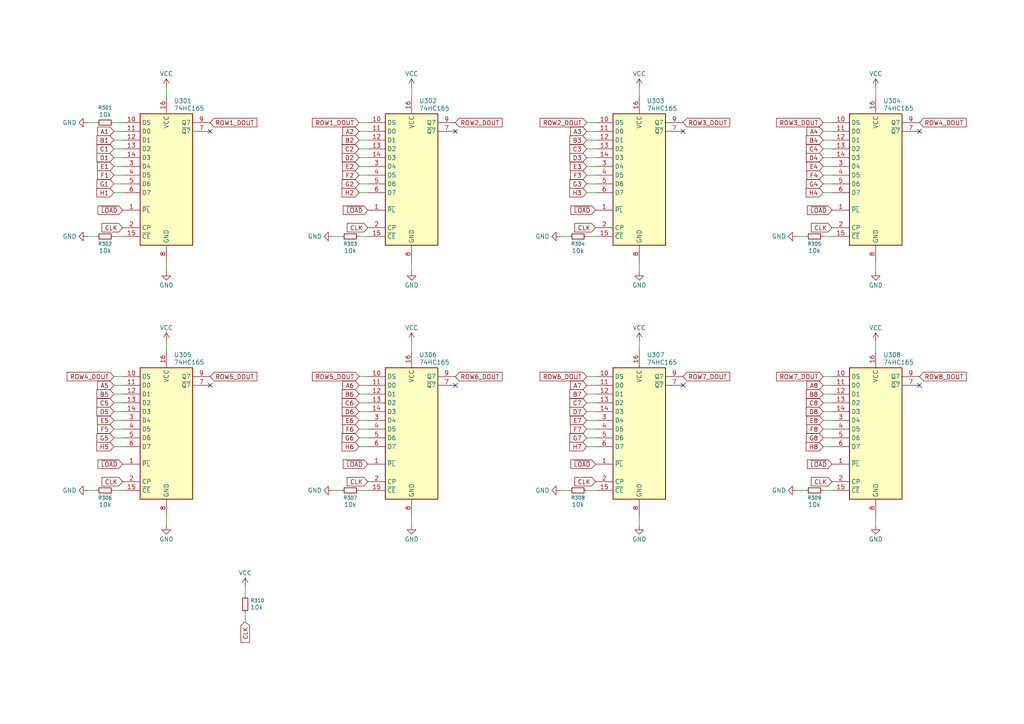
<source format=kicad_sch>
(kicad_sch (version 20250114) (generator "eeschema") (generator_version "9.0")
  (paper "A4")
  (lib_symbols
    (symbol "74xx:74HC165"
      (property "Reference" "U" (at -7.62 19.05 0))
      (property "Value" "74HC165" (at -7.62 -21.59 0))
      (symbol "74HC165_1_0"
        (pin input line (at -12.7 15.24 0) (length 5.08) (name "DS") (number "10"))
        (pin input line (at -12.7 12.7 0) (length 5.08) (name "D0") (number "11"))
        (pin input line (at -12.7 10.16 0) (length 5.08) (name "D1") (number "12"))
        (pin input line (at -12.7 7.62 0) (length 5.08) (name "D2") (number "13"))
        (pin input line (at -12.7 5.08 0) (length 5.08) (name "D3") (number "14"))
        (pin input line (at -12.7 2.54 0) (length 5.08) (name "D4") (number "3"))
        (pin input line (at -12.7 0 0) (length 5.08) (name "D5") (number "4"))
        (pin input line (at -12.7 -2.54 0) (length 5.08) (name "D6") (number "5"))
        (pin input line (at -12.7 -5.08 0) (length 5.08) (name "D7") (number "6"))
        (pin input line (at -12.7 -10.16 0) (length 5.08) (name "~{PL}") (number "1"))
        (pin input line (at -12.7 -15.24 0) (length 5.08) (name "CP") (number "2"))
        (pin input line (at -12.7 -17.78 0) (length 5.08) (name "~{CE}") (number "15"))
        (pin power_in line (at 0 22.86 270) (length 5.08) (name "VCC") (number "16"))
        (pin power_in line (at 0 -25.4 90) (length 5.08) (name "GND") (number "8"))
        (pin output line (at 12.7 15.24 180) (length 5.08) (name "Q7") (number "9"))
        (pin output line (at 12.7 12.7 180) (length 5.08) (name "~{Q7}") (number "7"))
      )
      (symbol "74HC165_1_1"
        (rectangle (start -7.62 17.78) (end 7.62 -20.32) (stroke (width 0.254)) (fill (type background)))
      )
    )
    (symbol "Device:R_Small" (pin_numbers (hide yes)) (pin_names (offset 0.254) (hide yes))
      (property "Reference" "R" (at 0 0 90))
      (property "Value" "R_Small" (at 1.778 0 90))
      (symbol "R_Small_0_1"
        (rectangle (start -0.762 1.778) (end 0.762 -1.778) (stroke (width 0.2032)))
      )
      (symbol "R_Small_1_1"
        (pin passive line (at 0 2.54 270) (length 0.762) (name "~") (number "1"))
        (pin passive line (at 0 -2.54 90) (length 0.762) (name "~") (number "2"))
      )
    )
    (symbol "power:GND" (power) (pin_numbers (hide yes)) (pin_names (offset 0) (hide yes))
      (property "Value" "GND" (at 0 -3.81 0))
      (symbol "GND_0_1"
        (polyline (pts (xy 0 0) (xy 0 -1.27) (xy 1.27 -1.27) (xy 0 -2.54) (xy -1.27 -1.27) (xy 0 -1.27)))
      )
      (symbol "GND_1_1"
        (pin power_in line (at 0 0 270) (length 0) (name "~") (number "1"))
      )
    )
    (symbol "power:VCC" (power) (pin_numbers (hide yes)) (pin_names (offset 0) (hide yes))
      (property "Value" "VCC" (at 0 3.556 0))
      (symbol "VCC_0_1"
        (polyline (pts (xy -0.762 1.27) (xy 0 2.54)))
        (polyline (pts (xy 0 2.54) (xy 0.762 1.27)))
        (polyline (pts (xy 0 0) (xy 0 2.54)))
      )
      (symbol "VCC_1_1"
        (pin power_in line (at 0 0 90) (length 0) (name "~") (number "1"))
      )
    )
  )
  (no_connect (at 132.08 111.76))
  (no_connect (at 266.7 38.1))
  (no_connect (at 198.12 111.76))
  (no_connect (at 266.7 111.76))
  (no_connect (at 60.96 111.76))
  (no_connect (at 198.12 38.1))
  (no_connect (at 60.96 38.1))
  (no_connect (at 132.08 38.1))
  (wire (pts (xy 33.02 53.34) (xy 35.56 53.34)))
  (wire (pts (xy 104.14 53.34) (xy 106.68 53.34)))
  (wire (pts (xy 170.18 116.84) (xy 172.72 116.84)))
  (wire (pts (xy 48.26 25.4) (xy 48.26 27.94)))
  (wire (pts (xy 170.18 35.56) (xy 172.72 35.56)))
  (wire (pts (xy 185.42 25.4) (xy 185.42 27.94)))
  (wire (pts (xy 33.02 35.56) (xy 35.56 35.56)))
  (wire (pts (xy 33.02 40.64) (xy 35.56 40.64)))
  (wire (pts (xy 238.76 124.46) (xy 241.3 124.46)))
  (wire (pts (xy 238.76 121.92) (xy 241.3 121.92)))
  (wire (pts (xy 238.76 116.84) (xy 241.3 116.84)))
  (wire (pts (xy 170.18 43.18) (xy 172.72 43.18)))
  (wire (pts (xy 96.52 68.58) (xy 99.06 68.58)))
  (wire (pts (xy 170.18 40.64) (xy 172.72 40.64)))
  (wire (pts (xy 238.76 35.56) (xy 241.3 35.56)))
  (wire (pts (xy 33.02 45.72) (xy 35.56 45.72)))
  (wire (pts (xy 254 76.2) (xy 254 78.74)))
  (wire (pts (xy 170.18 55.88) (xy 172.72 55.88)))
  (wire (pts (xy 33.02 121.92) (xy 35.56 121.92)))
  (wire (pts (xy 48.26 99.06) (xy 48.26 101.6)))
  (wire (pts (xy 104.14 48.26) (xy 106.68 48.26)))
  (wire (pts (xy 48.26 76.2) (xy 48.26 78.74)))
  (wire (pts (xy 104.14 40.64) (xy 106.68 40.64)))
  (wire (pts (xy 33.02 68.58) (xy 35.56 68.58)))
  (wire (pts (xy 71.12 177.8) (xy 71.12 180.34)))
  (wire (pts (xy 33.02 43.18) (xy 35.56 43.18)))
  (wire (pts (xy 119.38 76.2) (xy 119.38 78.74)))
  (wire (pts (xy 104.14 129.54) (xy 106.68 129.54)))
  (wire (pts (xy 33.02 142.24) (xy 35.56 142.24)))
  (wire (pts (xy 238.76 53.34) (xy 241.3 53.34)))
  (wire (pts (xy 33.02 127) (xy 35.56 127)))
  (wire (pts (xy 104.14 109.22) (xy 106.68 109.22)))
  (wire (pts (xy 104.14 45.72) (xy 106.68 45.72)))
  (wire (pts (xy 104.14 121.92) (xy 106.68 121.92)))
  (wire (pts (xy 238.76 142.24) (xy 241.3 142.24)))
  (wire (pts (xy 231.14 142.24) (xy 233.68 142.24)))
  (wire (pts (xy 162.56 68.58) (xy 165.1 68.58)))
  (wire (pts (xy 104.14 68.58) (xy 106.68 68.58)))
  (wire (pts (xy 231.14 68.58) (xy 233.68 68.58)))
  (wire (pts (xy 33.02 111.76) (xy 35.56 111.76)))
  (wire (pts (xy 185.42 99.06) (xy 185.42 101.6)))
  (wire (pts (xy 25.4 142.24) (xy 27.94 142.24)))
  (wire (pts (xy 170.18 142.24) (xy 172.72 142.24)))
  (wire (pts (xy 170.18 121.92) (xy 172.72 121.92)))
  (wire (pts (xy 170.18 45.72) (xy 172.72 45.72)))
  (wire (pts (xy 238.76 119.38) (xy 241.3 119.38)))
  (wire (pts (xy 238.76 127) (xy 241.3 127)))
  (wire (pts (xy 104.14 114.3) (xy 106.68 114.3)))
  (wire (pts (xy 254 149.86) (xy 254 152.4)))
  (wire (pts (xy 104.14 119.38) (xy 106.68 119.38)))
  (wire (pts (xy 119.38 99.06) (xy 119.38 101.6)))
  (wire (pts (xy 33.02 114.3) (xy 35.56 114.3)))
  (wire (pts (xy 254 25.4) (xy 254 27.94)))
  (wire (pts (xy 238.76 111.76) (xy 241.3 111.76)))
  (wire (pts (xy 238.76 50.8) (xy 241.3 50.8)))
  (wire (pts (xy 104.14 43.18) (xy 106.68 43.18)))
  (wire (pts (xy 33.02 119.38) (xy 35.56 119.38)))
  (wire (pts (xy 238.76 129.54) (xy 241.3 129.54)))
  (wire (pts (xy 170.18 111.76) (xy 172.72 111.76)))
  (wire (pts (xy 104.14 111.76) (xy 106.68 111.76)))
  (wire (pts (xy 71.12 172.72) (xy 71.12 170.18)))
  (wire (pts (xy 104.14 55.88) (xy 106.68 55.88)))
  (wire (pts (xy 119.38 149.86) (xy 119.38 152.4)))
  (wire (pts (xy 170.18 68.58) (xy 172.72 68.58)))
  (wire (pts (xy 104.14 38.1) (xy 106.68 38.1)))
  (wire (pts (xy 104.14 142.24) (xy 106.68 142.24)))
  (wire (pts (xy 33.02 109.22) (xy 35.56 109.22)))
  (wire (pts (xy 170.18 114.3) (xy 172.72 114.3)))
  (wire (pts (xy 170.18 109.22) (xy 172.72 109.22)))
  (wire (pts (xy 185.42 76.2) (xy 185.42 78.74)))
  (wire (pts (xy 238.76 55.88) (xy 241.3 55.88)))
  (wire (pts (xy 33.02 116.84) (xy 35.56 116.84)))
  (wire (pts (xy 104.14 127) (xy 106.68 127)))
  (wire (pts (xy 33.02 50.8) (xy 35.56 50.8)))
  (wire (pts (xy 96.52 142.24) (xy 99.06 142.24)))
  (wire (pts (xy 170.18 127) (xy 172.72 127)))
  (wire (pts (xy 254 99.06) (xy 254 101.6)))
  (wire (pts (xy 33.02 124.46) (xy 35.56 124.46)))
  (wire (pts (xy 170.18 50.8) (xy 172.72 50.8)))
  (wire (pts (xy 25.4 68.58) (xy 27.94 68.58)))
  (wire (pts (xy 25.4 35.56) (xy 27.94 35.56)))
  (wire (pts (xy 33.02 55.88) (xy 35.56 55.88)))
  (wire (pts (xy 170.18 38.1) (xy 172.72 38.1)))
  (wire (pts (xy 238.76 40.64) (xy 241.3 40.64)))
  (wire (pts (xy 238.76 38.1) (xy 241.3 38.1)))
  (wire (pts (xy 238.76 68.58) (xy 241.3 68.58)))
  (wire (pts (xy 104.14 50.8) (xy 106.68 50.8)))
  (wire (pts (xy 162.56 142.24) (xy 165.1 142.24)))
  (wire (pts (xy 170.18 129.54) (xy 172.72 129.54)))
  (wire (pts (xy 33.02 38.1) (xy 35.56 38.1)))
  (wire (pts (xy 170.18 48.26) (xy 172.72 48.26)))
  (wire (pts (xy 104.14 124.46) (xy 106.68 124.46)))
  (wire (pts (xy 170.18 53.34) (xy 172.72 53.34)))
  (wire (pts (xy 170.18 124.46) (xy 172.72 124.46)))
  (wire (pts (xy 238.76 45.72) (xy 241.3 45.72)))
  (wire (pts (xy 104.14 35.56) (xy 106.68 35.56)))
  (wire (pts (xy 119.38 25.4) (xy 119.38 27.94)))
  (wire (pts (xy 238.76 109.22) (xy 241.3 109.22)))
  (wire (pts (xy 170.18 119.38) (xy 172.72 119.38)))
  (wire (pts (xy 185.42 149.86) (xy 185.42 152.4)))
  (wire (pts (xy 104.14 116.84) (xy 106.68 116.84)))
  (wire (pts (xy 48.26 149.86) (xy 48.26 152.4)))
  (wire (pts (xy 33.02 48.26) (xy 35.56 48.26)))
  (wire (pts (xy 238.76 43.18) (xy 241.3 43.18)))
  (wire (pts (xy 238.76 114.3) (xy 241.3 114.3)))
  (wire (pts (xy 238.76 48.26) (xy 241.3 48.26)))
  (wire (pts (xy 33.02 129.54) (xy 35.56 129.54)))
  (global_label "D2" (shape input) (at 104.14 45.72 180) (property "Intersheetrefs" "${INTERSHEET_REFS}" (effects (hide yes))))
  (global_label "F7" (shape input) (at 170.18 124.46 180) (property "Intersheetrefs" "${INTERSHEET_REFS}" (effects (hide yes))))
  (global_label "ROW6_DOUT" (shape input) (at 170.18 109.22 180) (property "Intersheetrefs" "${INTERSHEET_REFS}" (effects (hide yes))))
  (global_label "G3" (shape input) (at 170.18 53.34 180) (property "Intersheetrefs" "${INTERSHEET_REFS}" (effects (hide yes))))
  (global_label "ROW3_DOUT" (shape input) (at 198.12 35.56 0) (property "Intersheetrefs" "${INTERSHEET_REFS}" (effects (hide yes))))
  (global_label "C2" (shape input) (at 104.14 43.18 180) (property "Intersheetrefs" "${INTERSHEET_REFS}" (effects (hide yes))))
  (global_label "E4" (shape input) (at 238.76 48.26 180) (property "Intersheetrefs" "${INTERSHEET_REFS}" (effects (hide yes))))
  (global_label "A7" (shape input) (at 170.18 111.76 180) (property "Intersheetrefs" "${INTERSHEET_REFS}" (effects (hide yes))))
  (global_label "D4" (shape input) (at 238.76 45.72 180) (property "Intersheetrefs" "${INTERSHEET_REFS}" (effects (hide yes))))
  (global_label "ROW5_DOUT" (shape input) (at 104.14 109.22 180) (property "Intersheetrefs" "${INTERSHEET_REFS}" (effects (hide yes))))
  (global_label "A4" (shape input) (at 238.76 38.1 180) (property "Intersheetrefs" "${INTERSHEET_REFS}" (effects (hide yes))))
  (global_label "ROW2_DOUT" (shape input) (at 132.08 35.56 0) (property "Intersheetrefs" "${INTERSHEET_REFS}" (effects (hide yes))))
  (global_label "H4" (shape input) (at 238.76 55.88 180) (property "Intersheetrefs" "${INTERSHEET_REFS}" (effects (hide yes))))
  (global_label "E1" (shape input) (at 33.02 48.26 180) (property "Intersheetrefs" "${INTERSHEET_REFS}" (effects (hide yes))))
  (global_label "CLK" (shape input) (at 106.68 66.04 180) (property "Intersheetrefs" "${INTERSHEET_REFS}" (effects (hide yes))))
  (global_label "ROW7_DOUT" (shape input) (at 198.12 109.22 0) (property "Intersheetrefs" "${INTERSHEET_REFS}" (effects (hide yes))))
  (global_label "CLK" (shape input) (at 241.3 66.04 180) (property "Intersheetrefs" "${INTERSHEET_REFS}" (effects (hide yes))))
  (global_label "A8" (shape input) (at 238.76 111.76 180) (property "Intersheetrefs" "${INTERSHEET_REFS}" (effects (hide yes))))
  (global_label "CLK" (shape input) (at 172.72 66.04 180) (property "Intersheetrefs" "${INTERSHEET_REFS}" (effects (hide yes))))
  (global_label "E6" (shape input) (at 104.14 121.92 180) (property "Intersheetrefs" "${INTERSHEET_REFS}" (effects (hide yes))))
  (global_label "E8" (shape input) (at 238.76 121.92 180) (property "Intersheetrefs" "${INTERSHEET_REFS}" (effects (hide yes))))
  (global_label "D6" (shape input) (at 104.14 119.38 180) (property "Intersheetrefs" "${INTERSHEET_REFS}" (effects (hide yes))))
  (global_label "~{LOAD}" (shape input) (at 241.3 134.62 180) (property "Intersheetrefs" "${INTERSHEET_REFS}" (effects (hide yes))))
  (global_label "ROW8_DOUT" (shape input) (at 266.7 109.22 0) (property "Intersheetrefs" "${INTERSHEET_REFS}" (effects (hide yes))))
  (global_label "ROW3_DOUT" (shape input) (at 238.76 35.56 180) (property "Intersheetrefs" "${INTERSHEET_REFS}" (effects (hide yes))))
  (global_label "CLK" (shape input) (at 35.56 139.7 180) (property "Intersheetrefs" "${INTERSHEET_REFS}" (effects (hide yes))))
  (global_label "B8" (shape input) (at 238.76 114.3 180) (property "Intersheetrefs" "${INTERSHEET_REFS}" (effects (hide yes))))
  (global_label "B6" (shape input) (at 104.14 114.3 180) (property "Intersheetrefs" "${INTERSHEET_REFS}" (effects (hide yes))))
  (global_label "ROW4_DOUT" (shape input) (at 33.02 109.22 180) (property "Intersheetrefs" "${INTERSHEET_REFS}" (effects (hide yes))))
  (global_label "E2" (shape input) (at 104.14 48.26 180) (property "Intersheetrefs" "${INTERSHEET_REFS}" (effects (hide yes))))
  (global_label "D3" (shape input) (at 170.18 45.72 180) (property "Intersheetrefs" "${INTERSHEET_REFS}" (effects (hide yes))))
  (global_label "A5" (shape input) (at 33.02 111.76 180) (property "Intersheetrefs" "${INTERSHEET_REFS}" (effects (hide yes))))
  (global_label "~{LOAD}" (shape input) (at 35.56 60.96 180) (property "Intersheetrefs" "${INTERSHEET_REFS}" (effects (hide yes))))
  (global_label "F2" (shape input) (at 104.14 50.8 180) (property "Intersheetrefs" "${INTERSHEET_REFS}" (effects (hide yes))))
  (global_label "B3" (shape input) (at 170.18 40.64 180) (property "Intersheetrefs" "${INTERSHEET_REFS}" (effects (hide yes))))
  (global_label "G6" (shape input) (at 104.14 127 180) (property "Intersheetrefs" "${INTERSHEET_REFS}" (effects (hide yes))))
  (global_label "~{LOAD}" (shape input) (at 241.3 60.96 180) (property "Intersheetrefs" "${INTERSHEET_REFS}" (effects (hide yes))))
  (global_label "CLK" (shape input) (at 106.68 139.7 180) (property "Intersheetrefs" "${INTERSHEET_REFS}" (effects (hide yes))))
  (global_label "F5" (shape input) (at 33.02 124.46 180) (property "Intersheetrefs" "${INTERSHEET_REFS}" (effects (hide yes))))
  (global_label "B7" (shape input) (at 170.18 114.3 180) (property "Intersheetrefs" "${INTERSHEET_REFS}" (effects (hide yes))))
  (global_label "C4" (shape input) (at 238.76 43.18 180) (property "Intersheetrefs" "${INTERSHEET_REFS}" (effects (hide yes))))
  (global_label "F3" (shape input) (at 170.18 50.8 180) (property "Intersheetrefs" "${INTERSHEET_REFS}" (effects (hide yes))))
  (global_label "ROW2_DOUT" (shape input) (at 170.18 35.56 180) (property "Intersheetrefs" "${INTERSHEET_REFS}" (effects (hide yes))))
  (global_label "E3" (shape input) (at 170.18 48.26 180) (property "Intersheetrefs" "${INTERSHEET_REFS}" (effects (hide yes))))
  (global_label "E5" (shape input) (at 33.02 121.92 180) (property "Intersheetrefs" "${INTERSHEET_REFS}" (effects (hide yes))))
  (global_label "A3" (shape input) (at 170.18 38.1 180) (property "Intersheetrefs" "${INTERSHEET_REFS}" (effects (hide yes))))
  (global_label "ROW4_DOUT" (shape input) (at 266.7 35.56 0) (property "Intersheetrefs" "${INTERSHEET_REFS}" (effects (hide yes))))
  (global_label "G1" (shape input) (at 33.02 53.34 180) (property "Intersheetrefs" "${INTERSHEET_REFS}" (effects (hide yes))))
  (global_label "H8" (shape input) (at 238.76 129.54 180) (property "Intersheetrefs" "${INTERSHEET_REFS}" (effects (hide yes))))
  (global_label "D1" (shape input) (at 33.02 45.72 180) (property "Intersheetrefs" "${INTERSHEET_REFS}" (effects (hide yes))))
  (global_label "C1" (shape input) (at 33.02 43.18 180) (property "Intersheetrefs" "${INTERSHEET_REFS}" (effects (hide yes))))
  (global_label "ROW1_DOUT" (shape input) (at 104.14 35.56 180) (property "Intersheetrefs" "${INTERSHEET_REFS}" (effects (hide yes))))
  (global_label "C5" (shape input) (at 33.02 116.84 180) (property "Intersheetrefs" "${INTERSHEET_REFS}" (effects (hide yes))))
  (global_label "B5" (shape input) (at 33.02 114.3 180) (property "Intersheetrefs" "${INTERSHEET_REFS}" (effects (hide yes))))
  (global_label "D7" (shape input) (at 170.18 119.38 180) (property "Intersheetrefs" "${INTERSHEET_REFS}" (effects (hide yes))))
  (global_label "CLK" (shape input) (at 241.3 139.7 180) (property "Intersheetrefs" "${INTERSHEET_REFS}" (effects (hide yes))))
  (global_label "ROW7_DOUT" (shape input) (at 238.76 109.22 180) (property "Intersheetrefs" "${INTERSHEET_REFS}" (effects (hide yes))))
  (global_label "A6" (shape input) (at 104.14 111.76 180) (property "Intersheetrefs" "${INTERSHEET_REFS}" (effects (hide yes))))
  (global_label "F6" (shape input) (at 104.14 124.46 180) (property "Intersheetrefs" "${INTERSHEET_REFS}" (effects (hide yes))))
  (global_label "C7" (shape input) (at 170.18 116.84 180) (property "Intersheetrefs" "${INTERSHEET_REFS}" (effects (hide yes))))
  (global_label "G2" (shape input) (at 104.14 53.34 180) (property "Intersheetrefs" "${INTERSHEET_REFS}" (effects (hide yes))))
  (global_label "H2" (shape input) (at 104.14 55.88 180) (property "Intersheetrefs" "${INTERSHEET_REFS}" (effects (hide yes))))
  (global_label "D5" (shape input) (at 33.02 119.38 180) (property "Intersheetrefs" "${INTERSHEET_REFS}" (effects (hide yes))))
  (global_label "B2" (shape input) (at 104.14 40.64 180) (property "Intersheetrefs" "${INTERSHEET_REFS}" (effects (hide yes))))
  (global_label "CLK" (shape input) (at 71.12 180.34 270) (property "Intersheetrefs" "${INTERSHEET_REFS}" (effects (hide yes))))
  (global_label "G4" (shape input) (at 238.76 53.34 180) (property "Intersheetrefs" "${INTERSHEET_REFS}" (effects (hide yes))))
  (global_label "H5" (shape input) (at 33.02 129.54 180) (property "Intersheetrefs" "${INTERSHEET_REFS}" (effects (hide yes))))
  (global_label "C3" (shape input) (at 170.18 43.18 180) (property "Intersheetrefs" "${INTERSHEET_REFS}" (effects (hide yes))))
  (global_label "H7" (shape input) (at 170.18 129.54 180) (property "Intersheetrefs" "${INTERSHEET_REFS}" (effects (hide yes))))
  (global_label "C8" (shape input) (at 238.76 116.84 180) (property "Intersheetrefs" "${INTERSHEET_REFS}" (effects (hide yes))))
  (global_label "A1" (shape input) (at 33.02 38.1 180) (property "Intersheetrefs" "${INTERSHEET_REFS}" (effects (hide yes))))
  (global_label "~{LOAD}" (shape input) (at 106.68 60.96 180) (property "Intersheetrefs" "${INTERSHEET_REFS}" (effects (hide yes))))
  (global_label "ROW5_DOUT" (shape input) (at 60.96 109.22 0) (property "Intersheetrefs" "${INTERSHEET_REFS}" (effects (hide yes))))
  (global_label "H1" (shape input) (at 33.02 55.88 180) (property "Intersheetrefs" "${INTERSHEET_REFS}" (effects (hide yes))))
  (global_label "CLK" (shape input) (at 172.72 139.7 180) (property "Intersheetrefs" "${INTERSHEET_REFS}" (effects (hide yes))))
  (global_label "H6" (shape input) (at 104.14 129.54 180) (property "Intersheetrefs" "${INTERSHEET_REFS}" (effects (hide yes))))
  (global_label "F1" (shape input) (at 33.02 50.8 180) (property "Intersheetrefs" "${INTERSHEET_REFS}" (effects (hide yes))))
  (global_label "G8" (shape input) (at 238.76 127 180) (property "Intersheetrefs" "${INTERSHEET_REFS}" (effects (hide yes))))
  (global_label "D8" (shape input) (at 238.76 119.38 180) (property "Intersheetrefs" "${INTERSHEET_REFS}" (effects (hide yes))))
  (global_label "~{LOAD}" (shape input) (at 172.72 134.62 180) (property "Intersheetrefs" "${INTERSHEET_REFS}" (effects (hide yes))))
  (global_label "CLK" (shape input) (at 35.56 66.04 180) (property "Intersheetrefs" "${INTERSHEET_REFS}" (effects (hide yes))))
  (global_label "B1" (shape input) (at 33.02 40.64 180) (property "Intersheetrefs" "${INTERSHEET_REFS}" (effects (hide yes))))
  (global_label "H3" (shape input) (at 170.18 55.88 180) (property "Intersheetrefs" "${INTERSHEET_REFS}" (effects (hide yes))))
  (global_label "ROW6_DOUT" (shape input) (at 132.08 109.22 0) (property "Intersheetrefs" "${INTERSHEET_REFS}" (effects (hide yes))))
  (global_label "F4" (shape input) (at 238.76 50.8 180) (property "Intersheetrefs" "${INTERSHEET_REFS}" (effects (hide yes))))
  (global_label "B4" (shape input) (at 238.76 40.64 180) (property "Intersheetrefs" "${INTERSHEET_REFS}" (effects (hide yes))))
  (global_label "~{LOAD}" (shape input) (at 106.68 134.62 180) (property "Intersheetrefs" "${INTERSHEET_REFS}" (effects (hide yes))))
  (global_label "ROW1_DOUT" (shape input) (at 60.96 35.56 0) (property "Intersheetrefs" "${INTERSHEET_REFS}" (effects (hide yes))))
  (global_label "~{LOAD}" (shape input) (at 35.56 134.62 180) (property "Intersheetrefs" "${INTERSHEET_REFS}" (effects (hide yes))))
  (global_label "G7" (shape input) (at 170.18 127 180) (property "Intersheetrefs" "${INTERSHEET_REFS}" (effects (hide yes))))
  (global_label "F8" (shape input) (at 238.76 124.46 180) (property "Intersheetrefs" "${INTERSHEET_REFS}" (effects (hide yes))))
  (global_label "E7" (shape input) (at 170.18 121.92 180) (property "Intersheetrefs" "${INTERSHEET_REFS}" (effects (hide yes))))
  (global_label "C6" (shape input) (at 104.14 116.84 180) (property "Intersheetrefs" "${INTERSHEET_REFS}" (effects (hide yes))))
  (global_label "~{LOAD}" (shape input) (at 172.72 60.96 180) (property "Intersheetrefs" "${INTERSHEET_REFS}" (effects (hide yes))))
  (global_label "G5" (shape input) (at 33.02 127 180) (property "Intersheetrefs" "${INTERSHEET_REFS}" (effects (hide yes))))
  (global_label "A2" (shape input) (at 104.14 38.1 180) (property "Intersheetrefs" "${INTERSHEET_REFS}" (effects (hide yes))))
  (symbol (lib_id "Device:R_Small") (at 30.48 142.24 90) (unit 1)
    (property "Reference" "R306" (at 30.48 144.3877 90) (effects (font (size 1.016 1.016))))
    (property "Value" "10k" (at 30.48 146.3722 90))
    (property "Footprint" "Resistor_SMD:R_1206_3216Metric_Pad1.30x1.75mm_HandSolder" (effects (hide yes)))
    (property "Description" "Resistor, small symbol" (effects (hide yes)))
  )
  (symbol (lib_id "Device:R_Small") (at 71.12 175.26 0) (unit 1)
    (property "Reference" "R310" (at 72.6186 174.1786 0) (effects (font (size 1.016 1.016)) (justify left)))
    (property "Value" "10k" (at 72.6186 176.1631 0) (effects (justify left)))
    (property "Footprint" "Resistor_SMD:R_1206_3216Metric_Pad1.30x1.75mm_HandSolder" (effects (hide yes)))
    (property "Description" "Resistor, small symbol" (effects (hide yes)))
  )
  (symbol (lib_id "power:GND") (at 162.56 68.58 270) (unit 1)
    (property "Reference" "#PWR0308" (effects (hide yes)))
    (property "Value" "GND" (at 159.385 68.58 90) (effects (justify right)))
    (property "Description" "Power symbol creates a global label with name \"GND\" , ground" (effects (hide yes)))
  )
  (symbol (lib_id "power:GND") (at 185.42 152.4 0) (unit 1)
    (property "Reference" "#PWR0322" (effects (hide yes)))
    (property "Value" "GND" (at 185.42 156.4023 0))
    (property "Description" "Power symbol creates a global label with name \"GND\" , ground" (effects (hide yes)))
  )
  (symbol (lib_id "74xx:74HC165") (at 48.26 124.46 0) (unit 1)
    (property "Reference" "U305" (at 50.4209 102.9279 0) (effects (justify left)))
    (property "Value" "74HC165" (at 50.4209 105.0906 0) (effects (justify left)))
    (property "Footprint" "Package_SO:SOIC-16_3.9x9.9mm_P1.27mm" (effects (hide yes)))
    (property "Datasheet" "https://assets.nexperia.com/documents/data-sheet/74HC_HCT165.pdf" (effects (hide yes)))
    (property "Description" "Shift Register, 8-bit, Parallel Load" (effects (hide yes)))
  )
  (symbol (lib_id "74xx:74HC165") (at 119.38 124.46 0) (unit 1)
    (property "Reference" "U306" (at 121.5409 102.9279 0) (effects (justify left)))
    (property "Value" "74HC165" (at 121.5409 105.0906 0) (effects (justify left)))
    (property "Footprint" "Package_SO:SOIC-16_3.9x9.9mm_P1.27mm" (effects (hide yes)))
    (property "Datasheet" "https://assets.nexperia.com/documents/data-sheet/74HC_HCT165.pdf" (effects (hide yes)))
    (property "Description" "Shift Register, 8-bit, Parallel Load" (effects (hide yes)))
  )
  (symbol (lib_id "power:GND") (at 119.38 78.74 0) (unit 1)
    (property "Reference" "#PWR0307" (effects (hide yes)))
    (property "Value" "GND" (at 119.38 82.7423 0))
    (property "Description" "Power symbol creates a global label with name \"GND\" , ground" (effects (hide yes)))
  )
  (symbol (lib_id "power:VCC") (at 119.38 99.06 0) (unit 1)
    (property "Reference" "#PWR0318" (effects (hide yes)))
    (property "Value" "VCC" (at 119.38 95.0577 0))
    (property "Description" "Power symbol creates a global label with name \"VCC\"" (effects (hide yes)))
  )
  (symbol (lib_id "power:GND") (at 25.4 142.24 270) (unit 1)
    (property "Reference" "#PWR0314" (effects (hide yes)))
    (property "Value" "GND" (at 22.225 142.24 90) (effects (justify right)))
    (property "Description" "Power symbol creates a global label with name \"GND\" , ground" (effects (hide yes)))
  )
  (symbol (lib_id "power:GND") (at 48.26 78.74 0) (unit 1)
    (property "Reference" "#PWR0304" (effects (hide yes)))
    (property "Value" "GND" (at 48.26 82.7423 0))
    (property "Description" "Power symbol creates a global label with name \"GND\" , ground" (effects (hide yes)))
  )
  (symbol (lib_id "power:GND") (at 25.4 35.56 270) (unit 1)
    (property "Reference" "#PWR0301" (effects (hide yes)))
    (property "Value" "GND" (at 22.225 35.56 90) (effects (justify right)))
    (property "Description" "Power symbol creates a global label with name \"GND\" , ground" (effects (hide yes)))
  )
  (symbol (lib_id "power:GND") (at 96.52 142.24 270) (unit 1)
    (property "Reference" "#PWR0317" (effects (hide yes)))
    (property "Value" "GND" (at 93.345 142.24 90) (effects (justify right)))
    (property "Description" "Power symbol creates a global label with name \"GND\" , ground" (effects (hide yes)))
  )
  (symbol (lib_id "74xx:74HC165") (at 185.42 124.46 0) (unit 1)
    (property "Reference" "U307" (at 187.5809 102.9279 0) (effects (justify left)))
    (property "Value" "74HC165" (at 187.5809 105.0906 0) (effects (justify left)))
    (property "Footprint" "Package_SO:SOIC-16_3.9x9.9mm_P1.27mm" (effects (hide yes)))
    (property "Datasheet" "https://assets.nexperia.com/documents/data-sheet/74HC_HCT165.pdf" (effects (hide yes)))
    (property "Description" "Shift Register, 8-bit, Parallel Load" (effects (hide yes)))
  )
  (symbol (lib_id "power:GND") (at 254 78.74 0) (unit 1)
    (property "Reference" "#PWR0313" (effects (hide yes)))
    (property "Value" "GND" (at 254 82.7423 0))
    (property "Description" "Power symbol creates a global label with name \"GND\" , ground" (effects (hide yes)))
  )
  (symbol (lib_id "Device:R_Small") (at 101.6 68.58 90) (unit 1)
    (property "Reference" "R303" (at 101.6 70.7277 90) (effects (font (size 1.016 1.016))))
    (property "Value" "10k" (at 101.6 72.7122 90))
    (property "Footprint" "Resistor_SMD:R_1206_3216Metric_Pad1.30x1.75mm_HandSolder" (effects (hide yes)))
    (property "Description" "Resistor, small symbol" (effects (hide yes)))
  )
  (symbol (lib_id "power:VCC") (at 48.26 99.06 0) (unit 1)
    (property "Reference" "#PWR0315" (effects (hide yes)))
    (property "Value" "VCC" (at 48.26 95.0577 0))
    (property "Description" "Power symbol creates a global label with name \"VCC\"" (effects (hide yes)))
  )
  (symbol (lib_id "74xx:74HC165") (at 185.42 50.8 0) (unit 1)
    (property "Reference" "U303" (at 187.5809 29.2679 0) (effects (justify left)))
    (property "Value" "74HC165" (at 187.5809 31.4306 0) (effects (justify left)))
    (property "Footprint" "Package_SO:SOIC-16_3.9x9.9mm_P1.27mm" (effects (hide yes)))
    (property "Datasheet" "https://assets.nexperia.com/documents/data-sheet/74HC_HCT165.pdf" (effects (hide yes)))
    (property "Description" "Shift Register, 8-bit, Parallel Load" (effects (hide yes)))
  )
  (symbol (lib_id "power:GND") (at 185.42 78.74 0) (unit 1)
    (property "Reference" "#PWR0310" (effects (hide yes)))
    (property "Value" "GND" (at 185.42 82.7423 0))
    (property "Description" "Power symbol creates a global label with name \"GND\" , ground" (effects (hide yes)))
  )
  (symbol (lib_id "74xx:74HC165") (at 254 50.8 0) (unit 1)
    (property "Reference" "U304" (at 256.1609 29.2679 0) (effects (justify left)))
    (property "Value" "74HC165" (at 256.1609 31.4306 0) (effects (justify left)))
    (property "Footprint" "Package_SO:SOIC-16_3.9x9.9mm_P1.27mm" (effects (hide yes)))
    (property "Datasheet" "https://assets.nexperia.com/documents/data-sheet/74HC_HCT165.pdf" (effects (hide yes)))
    (property "Description" "Shift Register, 8-bit, Parallel Load" (effects (hide yes)))
  )
  (symbol (lib_id "power:VCC") (at 185.42 99.06 0) (unit 1)
    (property "Reference" "#PWR0321" (effects (hide yes)))
    (property "Value" "VCC" (at 185.42 95.0577 0))
    (property "Description" "Power symbol creates a global label with name \"VCC\"" (effects (hide yes)))
  )
  (symbol (lib_id "Device:R_Small") (at 236.22 142.24 90) (unit 1)
    (property "Reference" "R309" (at 236.22 144.3877 90) (effects (font (size 1.016 1.016))))
    (property "Value" "10k" (at 236.22 146.3722 90))
    (property "Footprint" "Resistor_SMD:R_1206_3216Metric_Pad1.30x1.75mm_HandSolder" (effects (hide yes)))
    (property "Description" "Resistor, small symbol" (effects (hide yes)))
  )
  (symbol (lib_id "Device:R_Small") (at 30.48 68.58 90) (unit 1)
    (property "Reference" "R302" (at 30.48 70.7277 90) (effects (font (size 1.016 1.016))))
    (property "Value" "10k" (at 30.48 72.7122 90))
    (property "Footprint" "Resistor_SMD:R_1206_3216Metric_Pad1.30x1.75mm_HandSolder" (effects (hide yes)))
    (property "Description" "Resistor, small symbol" (effects (hide yes)))
  )
  (symbol (lib_id "power:GND") (at 96.52 68.58 270) (unit 1)
    (property "Reference" "#PWR0305" (effects (hide yes)))
    (property "Value" "GND" (at 93.345 68.58 90) (effects (justify right)))
    (property "Description" "Power symbol creates a global label with name \"GND\" , ground" (effects (hide yes)))
  )
  (symbol (lib_id "Device:R_Small") (at 101.6 142.24 90) (unit 1)
    (property "Reference" "R307" (at 101.6 144.3877 90) (effects (font (size 1.016 1.016))))
    (property "Value" "10k" (at 101.6 146.3722 90))
    (property "Footprint" "Resistor_SMD:R_1206_3216Metric_Pad1.30x1.75mm_HandSolder" (effects (hide yes)))
    (property "Description" "Resistor, small symbol" (effects (hide yes)))
  )
  (symbol (lib_id "Device:R_Small") (at 30.48 35.56 90) (unit 1)
    (property "Reference" "R301" (at 30.48 31.2495 90) (effects (font (size 1.016 1.016))))
    (property "Value" "10k" (at 30.48 33.234 90))
    (property "Footprint" "Resistor_SMD:R_1206_3216Metric_Pad1.30x1.75mm_HandSolder" (effects (hide yes)))
    (property "Description" "Resistor, small symbol" (effects (hide yes)))
  )
  (symbol (lib_id "Device:R_Small") (at 167.64 142.24 90) (unit 1)
    (property "Reference" "R308" (at 167.64 144.3877 90) (effects (font (size 1.016 1.016))))
    (property "Value" "10k" (at 167.64 146.3722 90))
    (property "Footprint" "Resistor_SMD:R_1206_3216Metric_Pad1.30x1.75mm_HandSolder" (effects (hide yes)))
    (property "Description" "Resistor, small symbol" (effects (hide yes)))
  )
  (symbol (lib_id "74xx:74HC165") (at 48.26 50.8 0) (unit 1)
    (property "Reference" "U301" (at 50.4209 29.2679 0) (effects (justify left)))
    (property "Value" "74HC165" (at 50.4209 31.4306 0) (effects (justify left)))
    (property "Footprint" "Package_SO:SOIC-16_3.9x9.9mm_P1.27mm" (effects (hide yes)))
    (property "Datasheet" "https://assets.nexperia.com/documents/data-sheet/74HC_HCT165.pdf" (effects (hide yes)))
    (property "Description" "Shift Register, 8-bit, Parallel Load" (effects (hide yes)))
  )
  (symbol (lib_id "Device:R_Small") (at 236.22 68.58 90) (unit 1)
    (property "Reference" "R305" (at 236.22 70.7277 90) (effects (font (size 1.016 1.016))))
    (property "Value" "10k" (at 236.22 72.7122 90))
    (property "Footprint" "Resistor_SMD:R_1206_3216Metric_Pad1.30x1.75mm_HandSolder" (effects (hide yes)))
    (property "Description" "Resistor, small symbol" (effects (hide yes)))
  )
  (symbol (lib_id "power:GND") (at 25.4 68.58 270) (unit 1)
    (property "Reference" "#PWR0302" (effects (hide yes)))
    (property "Value" "GND" (at 22.225 68.58 90) (effects (justify right)))
    (property "Description" "Power symbol creates a global label with name \"GND\" , ground" (effects (hide yes)))
  )
  (symbol (lib_id "power:GND") (at 231.14 142.24 270) (unit 1)
    (property "Reference" "#PWR0323" (effects (hide yes)))
    (property "Value" "GND" (at 227.965 142.24 90) (effects (justify right)))
    (property "Description" "Power symbol creates a global label with name \"GND\" , ground" (effects (hide yes)))
  )
  (symbol (lib_id "74xx:74HC165") (at 254 124.46 0) (unit 1)
    (property "Reference" "U308" (at 256.1609 102.9279 0) (effects (justify left)))
    (property "Value" "74HC165" (at 256.1609 105.0906 0) (effects (justify left)))
    (property "Footprint" "Package_SO:SOIC-16_3.9x9.9mm_P1.27mm" (effects (hide yes)))
    (property "Datasheet" "https://assets.nexperia.com/documents/data-sheet/74HC_HCT165.pdf" (effects (hide yes)))
    (property "Description" "Shift Register, 8-bit, Parallel Load" (effects (hide yes)))
  )
  (symbol (lib_id "power:VCC") (at 185.42 25.4 0) (unit 1)
    (property "Reference" "#PWR0309" (effects (hide yes)))
    (property "Value" "VCC" (at 185.42 21.3977 0))
    (property "Description" "Power symbol creates a global label with name \"VCC\"" (effects (hide yes)))
  )
  (symbol (lib_id "Device:R_Small") (at 167.64 68.58 90) (unit 1)
    (property "Reference" "R304" (at 167.64 70.7277 90) (effects (font (size 1.016 1.016))))
    (property "Value" "10k" (at 167.64 72.7122 90))
    (property "Footprint" "Resistor_SMD:R_1206_3216Metric_Pad1.30x1.75mm_HandSolder" (effects (hide yes)))
    (property "Description" "Resistor, small symbol" (effects (hide yes)))
  )
  (symbol (lib_id "power:VCC") (at 48.26 25.4 0) (unit 1)
    (property "Reference" "#PWR0303" (effects (hide yes)))
    (property "Value" "VCC" (at 48.26 21.3977 0))
    (property "Description" "Power symbol creates a global label with name \"VCC\"" (effects (hide yes)))
  )
  (symbol (lib_id "power:GND") (at 48.26 152.4 0) (unit 1)
    (property "Reference" "#PWR0316" (effects (hide yes)))
    (property "Value" "GND" (at 48.26 156.4023 0))
    (property "Description" "Power symbol creates a global label with name \"GND\" , ground" (effects (hide yes)))
  )
  (symbol (lib_id "power:VCC") (at 71.12 170.18 0) (unit 1)
    (property "Reference" "#PWR0326" (effects (hide yes)))
    (property "Value" "VCC" (at 71.12 166.1777 0))
    (property "Description" "Power symbol creates a global label with name \"VCC\"" (effects (hide yes)))
  )
  (symbol (lib_id "power:GND") (at 254 152.4 0) (unit 1)
    (property "Reference" "#PWR0325" (effects (hide yes)))
    (property "Value" "GND" (at 254 156.4023 0))
    (property "Description" "Power symbol creates a global label with name \"GND\" , ground" (effects (hide yes)))
  )
  (symbol (lib_id "power:GND") (at 119.38 152.4 0) (unit 1)
    (property "Reference" "#PWR0319" (effects (hide yes)))
    (property "Value" "GND" (at 119.38 156.4023 0))
    (property "Description" "Power symbol creates a global label with name \"GND\" , ground" (effects (hide yes)))
  )
  (symbol (lib_id "power:GND") (at 231.14 68.58 270) (unit 1)
    (property "Reference" "#PWR0311" (effects (hide yes)))
    (property "Value" "GND" (at 227.965 68.58 90) (effects (justify right)))
    (property "Description" "Power symbol creates a global label with name \"GND\" , ground" (effects (hide yes)))
  )
  (symbol (lib_id "power:GND") (at 162.56 142.24 270) (unit 1)
    (property "Reference" "#PWR0320" (effects (hide yes)))
    (property "Value" "GND" (at 159.385 142.24 90) (effects (justify right)))
    (property "Description" "Power symbol creates a global label with name \"GND\" , ground" (effects (hide yes)))
  )
  (symbol (lib_id "power:VCC") (at 254 25.4 0) (unit 1)
    (property "Reference" "#PWR0312" (effects (hide yes)))
    (property "Value" "VCC" (at 254 21.3977 0))
    (property "Description" "Power symbol creates a global label with name \"VCC\"" (effects (hide yes)))
  )
  (symbol (lib_id "power:VCC") (at 119.38 25.4 0) (unit 1)
    (property "Reference" "#PWR0306" (effects (hide yes)))
    (property "Value" "VCC" (at 119.38 21.3977 0))
    (property "Description" "Power symbol creates a global label with name \"VCC\"" (effects (hide yes)))
  )
  (symbol (lib_id "74xx:74HC165") (at 119.38 50.8 0) (unit 1)
    (property "Reference" "U302" (at 121.5409 29.2679 0) (effects (justify left)))
    (property "Value" "74HC165" (at 121.5409 31.4306 0) (effects (justify left)))
    (property "Footprint" "Package_SO:SOIC-16_3.9x9.9mm_P1.27mm" (effects (hide yes)))
    (property "Datasheet" "https://assets.nexperia.com/documents/data-sheet/74HC_HCT165.pdf" (effects (hide yes)))
    (property "Description" "Shift Register, 8-bit, Parallel Load" (effects (hide yes)))
  )
  (symbol (lib_id "power:VCC") (at 254 99.06 0) (unit 1)
    (property "Reference" "#PWR0324" (effects (hide yes)))
    (property "Value" "VCC" (at 254 95.0577 0))
    (property "Description" "Power symbol creates a global label with name \"VCC\"" (effects (hide yes)))
  )
)
</source>
